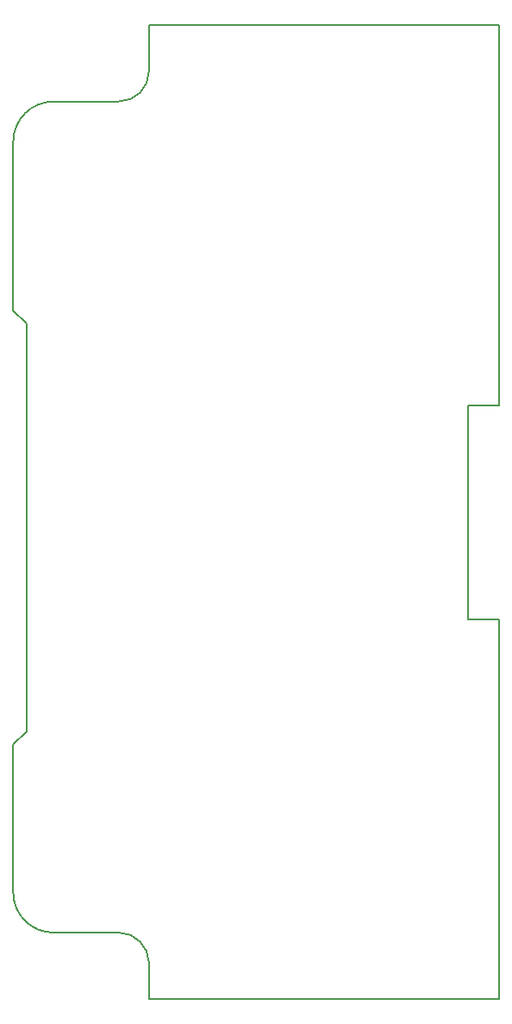
<source format=gm1>
G04 #@! TF.GenerationSoftware,KiCad,Pcbnew,6.0.0-rc1-unknown-ad9916a~66~ubuntu18.04.1*
G04 #@! TF.CreationDate,2018-11-28T14:47:53-03:00*
G04 #@! TF.ProjectId,FOD,464f442e-6b69-4636-9164-5f7063625858,rev?*
G04 #@! TF.SameCoordinates,Original*
G04 #@! TF.FileFunction,Profile,NP*
%FSLAX46Y46*%
G04 Gerber Fmt 4.6, Leading zero omitted, Abs format (unit mm)*
G04 Created by KiCad (PCBNEW 6.0.0-rc1-unknown-ad9916a~66~ubuntu18.04.1) date mié 28 nov 2018 14:47:53 -03*
%MOMM*%
%LPD*%
G01*
G04 APERTURE LIST*
G04 #@! TA.AperFunction,NonConductor*
%ADD10C,0.200000*%
G04 #@! TD*
G04 APERTURE END LIST*
D10*
G04 #@! TO.C,U2*
X129440001Y-136010001D02*
G75*
G02X132440001Y-139010001I0J-3000000D01*
G01*
X120420001Y-76260001D02*
X119100001Y-74940001D01*
X119100001Y-58400001D02*
X119100001Y-74940001D01*
X119100001Y-117580001D02*
X120420001Y-116260001D01*
X120420001Y-116260001D02*
X120420001Y-76260001D01*
X132440001Y-139010001D02*
X132440001Y-142490001D01*
X129440001Y-54450001D02*
X123050001Y-54450001D01*
X132440001Y-51450001D02*
G75*
G02X129440001Y-54450001I-3000000J0D01*
G01*
X132440001Y-46960001D02*
X132440001Y-51450001D01*
X123050001Y-136010001D02*
X129440001Y-136010001D01*
X123050001Y-136010001D02*
G75*
G02X119100001Y-132060001I0J3950000D01*
G01*
X119100001Y-58400001D02*
G75*
G02X123050001Y-54450001I3950000J0D01*
G01*
X119100001Y-117580001D02*
X119100001Y-132060001D01*
X166850001Y-46960001D02*
X132440001Y-46960001D01*
X166850001Y-84260001D02*
X166850001Y-46960001D01*
X163780001Y-84260001D02*
X166850001Y-84260001D01*
X163780001Y-105290001D02*
X163780001Y-84260001D01*
X166850001Y-105290001D02*
X163780001Y-105290001D01*
X166850001Y-105290001D02*
X166850001Y-142490001D01*
X132440001Y-142490001D02*
X166850001Y-142490001D01*
G04 #@! TD*
M02*

</source>
